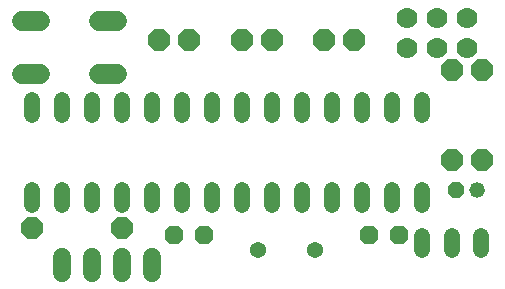
<source format=gts>
G75*
%MOIN*%
%OFA0B0*%
%FSLAX25Y25*%
%IPPOS*%
%LPD*%
%AMOC8*
5,1,8,0,0,1.08239X$1,22.5*
%
%ADD10OC8,0.06200*%
%ADD11C,0.05400*%
%ADD12C,0.07000*%
%ADD13OC8,0.07200*%
%ADD14C,0.05400*%
%ADD15C,0.06000*%
%ADD16OC8,0.05200*%
%ADD17C,0.05200*%
%ADD18C,0.06600*%
D10*
X0072200Y0029700D03*
X0082200Y0029700D03*
X0137200Y0029700D03*
X0147200Y0029700D03*
D11*
X0154853Y0029495D02*
X0154853Y0024695D01*
X0164695Y0024695D02*
X0164695Y0029495D01*
X0174538Y0029495D02*
X0174538Y0024695D01*
X0154700Y0039800D02*
X0154700Y0044600D01*
X0144700Y0044600D02*
X0144700Y0039800D01*
X0134700Y0039800D02*
X0134700Y0044600D01*
X0124700Y0044600D02*
X0124700Y0039800D01*
X0114700Y0039800D02*
X0114700Y0044600D01*
X0104700Y0044600D02*
X0104700Y0039800D01*
X0094700Y0039800D02*
X0094700Y0044600D01*
X0084700Y0044600D02*
X0084700Y0039800D01*
X0074700Y0039800D02*
X0074700Y0044600D01*
X0064700Y0044600D02*
X0064700Y0039800D01*
X0054700Y0039800D02*
X0054700Y0044600D01*
X0044700Y0044600D02*
X0044700Y0039800D01*
X0034700Y0039800D02*
X0034700Y0044600D01*
X0024700Y0044600D02*
X0024700Y0039800D01*
X0024700Y0069800D02*
X0024700Y0074600D01*
X0034700Y0074600D02*
X0034700Y0069800D01*
X0044700Y0069800D02*
X0044700Y0074600D01*
X0054700Y0074600D02*
X0054700Y0069800D01*
X0064700Y0069800D02*
X0064700Y0074600D01*
X0074700Y0074600D02*
X0074700Y0069800D01*
X0084700Y0069800D02*
X0084700Y0074600D01*
X0094700Y0074600D02*
X0094700Y0069800D01*
X0104700Y0069800D02*
X0104700Y0074600D01*
X0114700Y0074600D02*
X0114700Y0069800D01*
X0124700Y0069800D02*
X0124700Y0074600D01*
X0134700Y0074600D02*
X0134700Y0069800D01*
X0144700Y0069800D02*
X0144700Y0074600D01*
X0154700Y0074600D02*
X0154700Y0069800D01*
D12*
X0149700Y0092200D03*
X0159700Y0092200D03*
X0169700Y0092200D03*
X0169700Y0102200D03*
X0159700Y0102200D03*
X0149700Y0102200D03*
D13*
X0132200Y0094700D03*
X0122200Y0094700D03*
X0104700Y0094700D03*
X0094700Y0094700D03*
X0077200Y0094700D03*
X0067200Y0094700D03*
X0164700Y0084700D03*
X0174700Y0084700D03*
X0174700Y0054700D03*
X0164700Y0054700D03*
X0054700Y0032200D03*
X0024700Y0032200D03*
D14*
X0100200Y0024700D03*
X0119200Y0024700D03*
D15*
X0034700Y0022400D02*
X0034700Y0017000D01*
X0044700Y0017000D02*
X0044700Y0022400D01*
X0054700Y0022400D02*
X0054700Y0017000D01*
X0064700Y0017000D02*
X0064700Y0022400D01*
D16*
X0166200Y0044700D03*
D17*
X0173200Y0044700D03*
D18*
X0053000Y0083300D02*
X0047000Y0083300D01*
X0027400Y0083300D02*
X0021400Y0083300D01*
X0021400Y0101100D02*
X0027400Y0101100D01*
X0047000Y0101100D02*
X0053000Y0101100D01*
M02*

</source>
